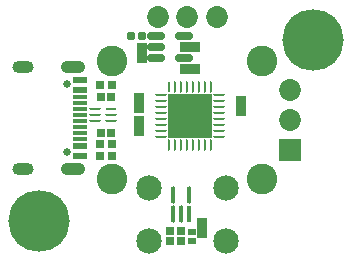
<source format=gbs>
G04*
G04 #@! TF.GenerationSoftware,Altium Limited,DefaultClient, ()*
G04*
G04 Layer_Color=16711935*
%FSLAX44Y44*%
%MOMM*%
G71*
G04*
G04 #@! TF.SameCoordinates,17B1D168-C64C-4368-B74A-C04FDEF24575*
G04*
G04*
G04 #@! TF.FilePolarity,Negative*
G04*
G01*
G75*
%ADD20R,0.7532X0.7532*%
G04:AMPARAMS|DCode=21|XSize=1mm|YSize=2.1mm|CornerRadius=0.5mm|HoleSize=0mm|Usage=FLASHONLY|Rotation=90.000|XOffset=0mm|YOffset=0mm|HoleType=Round|Shape=RoundedRectangle|*
%AMROUNDEDRECTD21*
21,1,1.0000,1.1000,0,0,90.0*
21,1,0.0000,2.1000,0,0,90.0*
1,1,1.0000,0.5500,0.0000*
1,1,1.0000,0.5500,0.0000*
1,1,1.0000,-0.5500,0.0000*
1,1,1.0000,-0.5500,0.0000*
%
%ADD21ROUNDEDRECTD21*%
%ADD22C,5.2032*%
%ADD23C,0.6500*%
G04:AMPARAMS|DCode=24|XSize=1mm|YSize=1.8mm|CornerRadius=0.5mm|HoleSize=0mm|Usage=FLASHONLY|Rotation=90.000|XOffset=0mm|YOffset=0mm|HoleType=Round|Shape=RoundedRectangle|*
%AMROUNDEDRECTD24*
21,1,1.0000,0.8000,0,0,90.0*
21,1,0.0000,1.8000,0,0,90.0*
1,1,1.0000,0.4000,0.0000*
1,1,1.0000,0.4000,0.0000*
1,1,1.0000,-0.4000,0.0000*
1,1,1.0000,-0.4000,0.0000*
%
%ADD24ROUNDEDRECTD24*%
%ADD25C,2.1532*%
%ADD26C,2.6032*%
%ADD27C,1.8532*%
%ADD28R,1.8532X1.8532*%
%ADD53R,0.9654X0.2393*%
G04:AMPARAMS|DCode=54|XSize=0.9654mm|YSize=0.2393mm|CornerRadius=0.1196mm|HoleSize=0mm|Usage=FLASHONLY|Rotation=180.000|XOffset=0mm|YOffset=0mm|HoleType=Round|Shape=RoundedRectangle|*
%AMROUNDEDRECTD54*
21,1,0.9654,0.0000,0,0,180.0*
21,1,0.7261,0.2393,0,0,180.0*
1,1,0.2393,-0.3630,0.0000*
1,1,0.2393,0.3630,0.0000*
1,1,0.2393,0.3630,0.0000*
1,1,0.2393,-0.3630,0.0000*
%
%ADD54ROUNDEDRECTD54*%
%ADD55R,0.3758X1.4640*%
G04:AMPARAMS|DCode=56|XSize=1.464mm|YSize=0.3758mm|CornerRadius=0.1879mm|HoleSize=0mm|Usage=FLASHONLY|Rotation=90.000|XOffset=0mm|YOffset=0mm|HoleType=Round|Shape=RoundedRectangle|*
%AMROUNDEDRECTD56*
21,1,1.4640,0.0000,0,0,90.0*
21,1,1.0881,0.3758,0,0,90.0*
1,1,0.3758,0.0000,0.5441*
1,1,0.3758,0.0000,-0.5441*
1,1,0.3758,0.0000,-0.5441*
1,1,0.3758,0.0000,0.5441*
%
%ADD56ROUNDEDRECTD56*%
G04:AMPARAMS|DCode=62|XSize=0.2393mm|YSize=0.9354mm|CornerRadius=0.1196mm|HoleSize=0mm|Usage=FLASHONLY|Rotation=270.000|XOffset=0mm|YOffset=0mm|HoleType=Round|Shape=RoundedRectangle|*
%AMROUNDEDRECTD62*
21,1,0.2393,0.6961,0,0,270.0*
21,1,0.0000,0.9354,0,0,270.0*
1,1,0.2393,-0.3480,0.0000*
1,1,0.2393,-0.3480,0.0000*
1,1,0.2393,0.3480,0.0000*
1,1,0.2393,0.3480,0.0000*
%
%ADD62ROUNDEDRECTD62*%
G04:AMPARAMS|DCode=63|XSize=0.9354mm|YSize=0.2393mm|CornerRadius=0.1196mm|HoleSize=0mm|Usage=FLASHONLY|Rotation=270.000|XOffset=0mm|YOffset=0mm|HoleType=Round|Shape=RoundedRectangle|*
%AMROUNDEDRECTD63*
21,1,0.9354,0.0000,0,0,270.0*
21,1,0.6961,0.2393,0,0,270.0*
1,1,0.2393,0.0000,-0.3480*
1,1,0.2393,0.0000,0.3480*
1,1,0.2393,0.0000,0.3480*
1,1,0.2393,0.0000,-0.3480*
%
%ADD63ROUNDEDRECTD63*%
%ADD64R,0.2393X0.9354*%
%ADD65R,3.7000X3.7000*%
%ADD66R,1.1500X0.6000*%
%ADD67R,1.1500X0.3000*%
%ADD70R,0.7032X0.8032*%
%ADD71R,0.7032X0.5032*%
G04:AMPARAMS|DCode=72|XSize=0.7532mm|YSize=0.7032mm|CornerRadius=0.1641mm|HoleSize=0mm|Usage=FLASHONLY|Rotation=90.000|XOffset=0mm|YOffset=0mm|HoleType=Round|Shape=RoundedRectangle|*
%AMROUNDEDRECTD72*
21,1,0.7532,0.3750,0,0,90.0*
21,1,0.4250,0.7032,0,0,90.0*
1,1,0.3282,0.1875,0.2125*
1,1,0.3282,0.1875,-0.2125*
1,1,0.3282,-0.1875,-0.2125*
1,1,0.3282,-0.1875,0.2125*
%
%ADD72ROUNDEDRECTD72*%
G04:AMPARAMS|DCode=73|XSize=1.4432mm|YSize=0.7532mm|CornerRadius=0.1704mm|HoleSize=0mm|Usage=FLASHONLY|Rotation=0.000|XOffset=0mm|YOffset=0mm|HoleType=Round|Shape=RoundedRectangle|*
%AMROUNDEDRECTD73*
21,1,1.4432,0.4125,0,0,0.0*
21,1,1.1025,0.7532,0,0,0.0*
1,1,0.3407,0.5513,-0.2063*
1,1,0.3407,-0.5513,-0.2063*
1,1,0.3407,-0.5513,0.2063*
1,1,0.3407,0.5513,0.2063*
%
%ADD73ROUNDEDRECTD73*%
%ADD74R,0.8632X0.8232*%
%ADD75R,0.8232X0.8632*%
%ADD76R,0.7532X0.7532*%
%ADD77C,0.6532*%
D20*
X-175840Y-83820D02*
D03*
X-184840D02*
D03*
X-175840Y-53340D02*
D03*
X-184840D02*
D03*
D21*
X-208530Y-27840D02*
D03*
Y-114240D02*
D03*
D22*
X-5000Y-5000D02*
D03*
X-237000Y-158000D02*
D03*
D23*
X-213530Y-42140D02*
D03*
Y-99940D02*
D03*
D24*
X-250330Y-27840D02*
D03*
Y-114240D02*
D03*
D25*
X-79126Y-175260D02*
D03*
Y-130260D02*
D03*
X-144126Y-175260D02*
D03*
Y-130260D02*
D03*
D26*
X-48376Y-122760D02*
D03*
X-174876D02*
D03*
Y-22760D02*
D03*
X-48376D02*
D03*
D27*
X-24326Y-47760D02*
D03*
Y-72760D02*
D03*
X-136626Y14540D02*
D03*
X-111626D02*
D03*
X-86626D02*
D03*
D28*
X-24326Y-97760D02*
D03*
D53*
X-175844Y-63580D02*
D03*
D54*
Y-68580D02*
D03*
Y-73580D02*
D03*
X-189916D02*
D03*
Y-68580D02*
D03*
Y-63580D02*
D03*
D55*
X-110456Y-152551D02*
D03*
D56*
X-116956D02*
D03*
X-123456D02*
D03*
Y-136149D02*
D03*
X-110456D02*
D03*
D62*
X-134012Y-51920D02*
D03*
Y-56920D02*
D03*
Y-61920D02*
D03*
Y-66920D02*
D03*
Y-71920D02*
D03*
Y-76920D02*
D03*
Y-81920D02*
D03*
Y-86920D02*
D03*
X-84659D02*
D03*
Y-81920D02*
D03*
Y-76920D02*
D03*
Y-71920D02*
D03*
Y-66920D02*
D03*
Y-61920D02*
D03*
Y-56920D02*
D03*
Y-51920D02*
D03*
D63*
X-126836Y-94097D02*
D03*
X-121836D02*
D03*
X-116836D02*
D03*
X-111836D02*
D03*
X-106836D02*
D03*
X-101836D02*
D03*
X-96836D02*
D03*
X-91836D02*
D03*
Y-44744D02*
D03*
X-96836D02*
D03*
X-101836D02*
D03*
X-106836D02*
D03*
X-111836D02*
D03*
X-116836D02*
D03*
X-121836D02*
D03*
D64*
X-126836D02*
D03*
D65*
X-109336Y-69420D02*
D03*
D66*
X-202780Y-39040D02*
D03*
Y-103040D02*
D03*
Y-47040D02*
D03*
Y-95040D02*
D03*
D67*
Y-53540D02*
D03*
Y-58540D02*
D03*
Y-63540D02*
D03*
Y-68540D02*
D03*
Y-73540D02*
D03*
Y-78540D02*
D03*
Y-83540D02*
D03*
Y-88540D02*
D03*
D70*
X-175090Y-92710D02*
D03*
X-185590D02*
D03*
X-175090Y-43180D02*
D03*
X-185590D02*
D03*
X-175090Y-102870D02*
D03*
X-185590D02*
D03*
D71*
X-107950Y-167640D02*
D03*
Y-175260D02*
D03*
D72*
X-149920Y-1500D02*
D03*
X-158920D02*
D03*
D73*
X-137696Y-20500D02*
D03*
Y-11000D02*
D03*
Y-1500D02*
D03*
X-113996D02*
D03*
Y-20500D02*
D03*
D74*
X-105036Y-11000D02*
D03*
X-113636D02*
D03*
X-113519Y-29359D02*
D03*
X-104919D02*
D03*
D75*
X-149976Y-11780D02*
D03*
Y-20380D02*
D03*
X-152400Y-62720D02*
D03*
Y-54120D02*
D03*
X-65960Y-56580D02*
D03*
Y-65180D02*
D03*
X-99060Y-168130D02*
D03*
Y-159530D02*
D03*
X-152400Y-73170D02*
D03*
Y-81770D02*
D03*
D76*
X-116956Y-175520D02*
D03*
Y-166520D02*
D03*
X-125846Y-175520D02*
D03*
Y-166520D02*
D03*
D77*
X-109405Y-82470D02*
D03*
X-122105D02*
D03*
X-96705D02*
D03*
Y-69770D02*
D03*
X-122105D02*
D03*
X-109601Y-69420D02*
D03*
X-97101Y-56920D02*
D03*
X-109405Y-57070D02*
D03*
X-122105D02*
D03*
M02*

</source>
